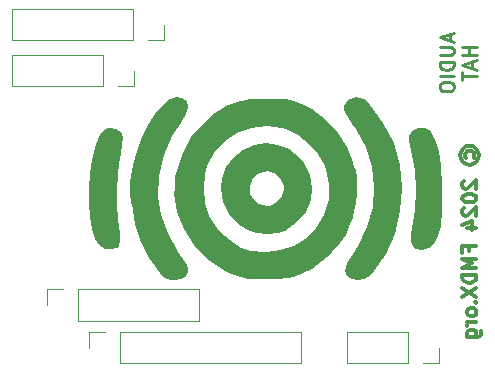
<source format=gbo>
G04 #@! TF.GenerationSoftware,KiCad,Pcbnew,8.0.4*
G04 #@! TF.CreationDate,2024-08-01T22:41:18+02:00*
G04 #@! TF.ProjectId,Headless TEF Audio board,48656164-6c65-4737-9320-544546204175,1*
G04 #@! TF.SameCoordinates,Original*
G04 #@! TF.FileFunction,Legend,Bot*
G04 #@! TF.FilePolarity,Positive*
%FSLAX46Y46*%
G04 Gerber Fmt 4.6, Leading zero omitted, Abs format (unit mm)*
G04 Created by KiCad (PCBNEW 8.0.4) date 2024-08-01 22:41:18*
%MOMM*%
%LPD*%
G01*
G04 APERTURE LIST*
%ADD10C,0.250000*%
%ADD11C,0.300000*%
%ADD12C,0.000000*%
%ADD13C,0.120000*%
%ADD14C,1.400000*%
%ADD15R,1.700000X1.700000*%
%ADD16O,1.700000X1.700000*%
G04 APERTURE END LIST*
D10*
X178053352Y-83933428D02*
X178053352Y-84504857D01*
X178396209Y-83819142D02*
X177196209Y-84219142D01*
X177196209Y-84219142D02*
X178396209Y-84619142D01*
X177196209Y-85019142D02*
X178167638Y-85019142D01*
X178167638Y-85019142D02*
X178281924Y-85076285D01*
X178281924Y-85076285D02*
X178339067Y-85133428D01*
X178339067Y-85133428D02*
X178396209Y-85247713D01*
X178396209Y-85247713D02*
X178396209Y-85476285D01*
X178396209Y-85476285D02*
X178339067Y-85590570D01*
X178339067Y-85590570D02*
X178281924Y-85647713D01*
X178281924Y-85647713D02*
X178167638Y-85704856D01*
X178167638Y-85704856D02*
X177196209Y-85704856D01*
X178396209Y-86276285D02*
X177196209Y-86276285D01*
X177196209Y-86276285D02*
X177196209Y-86561999D01*
X177196209Y-86561999D02*
X177253352Y-86733428D01*
X177253352Y-86733428D02*
X177367638Y-86847713D01*
X177367638Y-86847713D02*
X177481924Y-86904856D01*
X177481924Y-86904856D02*
X177710495Y-86961999D01*
X177710495Y-86961999D02*
X177881924Y-86961999D01*
X177881924Y-86961999D02*
X178110495Y-86904856D01*
X178110495Y-86904856D02*
X178224781Y-86847713D01*
X178224781Y-86847713D02*
X178339067Y-86733428D01*
X178339067Y-86733428D02*
X178396209Y-86561999D01*
X178396209Y-86561999D02*
X178396209Y-86276285D01*
X178396209Y-87476285D02*
X177196209Y-87476285D01*
X177196209Y-88276285D02*
X177196209Y-88504857D01*
X177196209Y-88504857D02*
X177253352Y-88619142D01*
X177253352Y-88619142D02*
X177367638Y-88733428D01*
X177367638Y-88733428D02*
X177596209Y-88790571D01*
X177596209Y-88790571D02*
X177996209Y-88790571D01*
X177996209Y-88790571D02*
X178224781Y-88733428D01*
X178224781Y-88733428D02*
X178339067Y-88619142D01*
X178339067Y-88619142D02*
X178396209Y-88504857D01*
X178396209Y-88504857D02*
X178396209Y-88276285D01*
X178396209Y-88276285D02*
X178339067Y-88162000D01*
X178339067Y-88162000D02*
X178224781Y-88047714D01*
X178224781Y-88047714D02*
X177996209Y-87990571D01*
X177996209Y-87990571D02*
X177596209Y-87990571D01*
X177596209Y-87990571D02*
X177367638Y-88047714D01*
X177367638Y-88047714D02*
X177253352Y-88162000D01*
X177253352Y-88162000D02*
X177196209Y-88276285D01*
X180328142Y-85047714D02*
X179128142Y-85047714D01*
X179699571Y-85047714D02*
X179699571Y-85733428D01*
X180328142Y-85733428D02*
X179128142Y-85733428D01*
X179985285Y-86247714D02*
X179985285Y-86819143D01*
X180328142Y-86133428D02*
X179128142Y-86533428D01*
X179128142Y-86533428D02*
X180328142Y-86933428D01*
X179128142Y-87161999D02*
X179128142Y-87847714D01*
X180328142Y-87504856D02*
X179128142Y-87504856D01*
D11*
X179411257Y-94420510D02*
X179354114Y-94306225D01*
X179354114Y-94306225D02*
X179354114Y-94077653D01*
X179354114Y-94077653D02*
X179411257Y-93963368D01*
X179411257Y-93963368D02*
X179525542Y-93849082D01*
X179525542Y-93849082D02*
X179639828Y-93791939D01*
X179639828Y-93791939D02*
X179868400Y-93791939D01*
X179868400Y-93791939D02*
X179982685Y-93849082D01*
X179982685Y-93849082D02*
X180096971Y-93963368D01*
X180096971Y-93963368D02*
X180154114Y-94077653D01*
X180154114Y-94077653D02*
X180154114Y-94306225D01*
X180154114Y-94306225D02*
X180096971Y-94420510D01*
X178954114Y-94191939D02*
X179011257Y-93906225D01*
X179011257Y-93906225D02*
X179182685Y-93620510D01*
X179182685Y-93620510D02*
X179468400Y-93449082D01*
X179468400Y-93449082D02*
X179754114Y-93391939D01*
X179754114Y-93391939D02*
X180039828Y-93449082D01*
X180039828Y-93449082D02*
X180325542Y-93620510D01*
X180325542Y-93620510D02*
X180496971Y-93906225D01*
X180496971Y-93906225D02*
X180554114Y-94191939D01*
X180554114Y-94191939D02*
X180496971Y-94477653D01*
X180496971Y-94477653D02*
X180325542Y-94763368D01*
X180325542Y-94763368D02*
X180039828Y-94934796D01*
X180039828Y-94934796D02*
X179754114Y-94991939D01*
X179754114Y-94991939D02*
X179468400Y-94934796D01*
X179468400Y-94934796D02*
X179182685Y-94763368D01*
X179182685Y-94763368D02*
X179011257Y-94477653D01*
X179011257Y-94477653D02*
X178954114Y-94191939D01*
X179239828Y-96363368D02*
X179182685Y-96420511D01*
X179182685Y-96420511D02*
X179125542Y-96534797D01*
X179125542Y-96534797D02*
X179125542Y-96820511D01*
X179125542Y-96820511D02*
X179182685Y-96934797D01*
X179182685Y-96934797D02*
X179239828Y-96991939D01*
X179239828Y-96991939D02*
X179354114Y-97049082D01*
X179354114Y-97049082D02*
X179468400Y-97049082D01*
X179468400Y-97049082D02*
X179639828Y-96991939D01*
X179639828Y-96991939D02*
X180325542Y-96306225D01*
X180325542Y-96306225D02*
X180325542Y-97049082D01*
X179125542Y-97791939D02*
X179125542Y-97906225D01*
X179125542Y-97906225D02*
X179182685Y-98020511D01*
X179182685Y-98020511D02*
X179239828Y-98077654D01*
X179239828Y-98077654D02*
X179354114Y-98134796D01*
X179354114Y-98134796D02*
X179582685Y-98191939D01*
X179582685Y-98191939D02*
X179868400Y-98191939D01*
X179868400Y-98191939D02*
X180096971Y-98134796D01*
X180096971Y-98134796D02*
X180211257Y-98077654D01*
X180211257Y-98077654D02*
X180268400Y-98020511D01*
X180268400Y-98020511D02*
X180325542Y-97906225D01*
X180325542Y-97906225D02*
X180325542Y-97791939D01*
X180325542Y-97791939D02*
X180268400Y-97677654D01*
X180268400Y-97677654D02*
X180211257Y-97620511D01*
X180211257Y-97620511D02*
X180096971Y-97563368D01*
X180096971Y-97563368D02*
X179868400Y-97506225D01*
X179868400Y-97506225D02*
X179582685Y-97506225D01*
X179582685Y-97506225D02*
X179354114Y-97563368D01*
X179354114Y-97563368D02*
X179239828Y-97620511D01*
X179239828Y-97620511D02*
X179182685Y-97677654D01*
X179182685Y-97677654D02*
X179125542Y-97791939D01*
X179239828Y-98649082D02*
X179182685Y-98706225D01*
X179182685Y-98706225D02*
X179125542Y-98820511D01*
X179125542Y-98820511D02*
X179125542Y-99106225D01*
X179125542Y-99106225D02*
X179182685Y-99220511D01*
X179182685Y-99220511D02*
X179239828Y-99277653D01*
X179239828Y-99277653D02*
X179354114Y-99334796D01*
X179354114Y-99334796D02*
X179468400Y-99334796D01*
X179468400Y-99334796D02*
X179639828Y-99277653D01*
X179639828Y-99277653D02*
X180325542Y-98591939D01*
X180325542Y-98591939D02*
X180325542Y-99334796D01*
X179525542Y-100363368D02*
X180325542Y-100363368D01*
X179068400Y-100077653D02*
X179925542Y-99791939D01*
X179925542Y-99791939D02*
X179925542Y-100534796D01*
X179696971Y-102306225D02*
X179696971Y-101906225D01*
X180325542Y-101906225D02*
X179125542Y-101906225D01*
X179125542Y-101906225D02*
X179125542Y-102477653D01*
X180325542Y-102934796D02*
X179125542Y-102934796D01*
X179125542Y-102934796D02*
X179982685Y-103334796D01*
X179982685Y-103334796D02*
X179125542Y-103734796D01*
X179125542Y-103734796D02*
X180325542Y-103734796D01*
X180325542Y-104306225D02*
X179125542Y-104306225D01*
X179125542Y-104306225D02*
X179125542Y-104591939D01*
X179125542Y-104591939D02*
X179182685Y-104763368D01*
X179182685Y-104763368D02*
X179296971Y-104877653D01*
X179296971Y-104877653D02*
X179411257Y-104934796D01*
X179411257Y-104934796D02*
X179639828Y-104991939D01*
X179639828Y-104991939D02*
X179811257Y-104991939D01*
X179811257Y-104991939D02*
X180039828Y-104934796D01*
X180039828Y-104934796D02*
X180154114Y-104877653D01*
X180154114Y-104877653D02*
X180268400Y-104763368D01*
X180268400Y-104763368D02*
X180325542Y-104591939D01*
X180325542Y-104591939D02*
X180325542Y-104306225D01*
X179125542Y-105391939D02*
X180325542Y-106191939D01*
X179125542Y-106191939D02*
X180325542Y-105391939D01*
X180211257Y-106649082D02*
X180268400Y-106706225D01*
X180268400Y-106706225D02*
X180325542Y-106649082D01*
X180325542Y-106649082D02*
X180268400Y-106591939D01*
X180268400Y-106591939D02*
X180211257Y-106649082D01*
X180211257Y-106649082D02*
X180325542Y-106649082D01*
X180325542Y-107391939D02*
X180268400Y-107277654D01*
X180268400Y-107277654D02*
X180211257Y-107220511D01*
X180211257Y-107220511D02*
X180096971Y-107163368D01*
X180096971Y-107163368D02*
X179754114Y-107163368D01*
X179754114Y-107163368D02*
X179639828Y-107220511D01*
X179639828Y-107220511D02*
X179582685Y-107277654D01*
X179582685Y-107277654D02*
X179525542Y-107391939D01*
X179525542Y-107391939D02*
X179525542Y-107563368D01*
X179525542Y-107563368D02*
X179582685Y-107677654D01*
X179582685Y-107677654D02*
X179639828Y-107734797D01*
X179639828Y-107734797D02*
X179754114Y-107791939D01*
X179754114Y-107791939D02*
X180096971Y-107791939D01*
X180096971Y-107791939D02*
X180211257Y-107734797D01*
X180211257Y-107734797D02*
X180268400Y-107677654D01*
X180268400Y-107677654D02*
X180325542Y-107563368D01*
X180325542Y-107563368D02*
X180325542Y-107391939D01*
X180325542Y-108306225D02*
X179525542Y-108306225D01*
X179754114Y-108306225D02*
X179639828Y-108363368D01*
X179639828Y-108363368D02*
X179582685Y-108420511D01*
X179582685Y-108420511D02*
X179525542Y-108534796D01*
X179525542Y-108534796D02*
X179525542Y-108649082D01*
X179525542Y-109563368D02*
X180496971Y-109563368D01*
X180496971Y-109563368D02*
X180611257Y-109506225D01*
X180611257Y-109506225D02*
X180668400Y-109449082D01*
X180668400Y-109449082D02*
X180725542Y-109334796D01*
X180725542Y-109334796D02*
X180725542Y-109163368D01*
X180725542Y-109163368D02*
X180668400Y-109049082D01*
X180268400Y-109563368D02*
X180325542Y-109449082D01*
X180325542Y-109449082D02*
X180325542Y-109220510D01*
X180325542Y-109220510D02*
X180268400Y-109106225D01*
X180268400Y-109106225D02*
X180211257Y-109049082D01*
X180211257Y-109049082D02*
X180096971Y-108991939D01*
X180096971Y-108991939D02*
X179754114Y-108991939D01*
X179754114Y-108991939D02*
X179639828Y-109049082D01*
X179639828Y-109049082D02*
X179582685Y-109106225D01*
X179582685Y-109106225D02*
X179525542Y-109220510D01*
X179525542Y-109220510D02*
X179525542Y-109449082D01*
X179525542Y-109449082D02*
X179582685Y-109563368D01*
D12*
G04 #@! TO.C,G\u002A\u002A\u002A*
G36*
X176438641Y-92159022D02*
G01*
X176502745Y-92228942D01*
X176850640Y-92861857D01*
X177121695Y-93838354D01*
X177312758Y-95143660D01*
X177420680Y-96763007D01*
X177438674Y-97413059D01*
X177417410Y-98943929D01*
X177290955Y-100154114D01*
X177055785Y-101068081D01*
X176708377Y-101710295D01*
X176308532Y-102059183D01*
X175713262Y-102181623D01*
X175240663Y-102123865D01*
X174932614Y-101910530D01*
X174798383Y-101494325D01*
X174823291Y-100828048D01*
X174992658Y-99864493D01*
X175154289Y-98801788D01*
X175222362Y-97121437D01*
X175101168Y-95411139D01*
X174796097Y-93836163D01*
X174663129Y-93319399D01*
X174596393Y-92894287D01*
X174640061Y-92600988D01*
X174793962Y-92317684D01*
X174908955Y-92176909D01*
X175390521Y-91910571D01*
X175951425Y-91899688D01*
X176438641Y-92159022D01*
G37*
G36*
X149843356Y-91936307D02*
G01*
X150210110Y-92184324D01*
X150370650Y-92671454D01*
X150335504Y-93426014D01*
X150115199Y-94476316D01*
X150031182Y-94909383D01*
X149939529Y-95862269D01*
X149906603Y-97027151D01*
X149931823Y-98309718D01*
X150014612Y-99615660D01*
X150154387Y-100850666D01*
X150181916Y-101482131D01*
X150041184Y-101909000D01*
X149896218Y-102032915D01*
X149417211Y-102169139D01*
X148867689Y-102099891D01*
X148406632Y-101832604D01*
X148394099Y-101819813D01*
X148067691Y-101279416D01*
X147808256Y-100452288D01*
X147622498Y-99412301D01*
X147517122Y-98233332D01*
X147498833Y-96989253D01*
X147574335Y-95753939D01*
X147750333Y-94601265D01*
X147818316Y-94289349D01*
X148101888Y-93236586D01*
X148408634Y-92510910D01*
X148755812Y-92079378D01*
X149160680Y-91909044D01*
X149259860Y-91899091D01*
X149843356Y-91936307D01*
G37*
G36*
X170466114Y-89314178D02*
G01*
X170801414Y-89432763D01*
X171143455Y-89723671D01*
X171590316Y-90254315D01*
X172431055Y-91450818D01*
X173300457Y-93188196D01*
X173819646Y-95020071D01*
X173996484Y-96968380D01*
X173861221Y-98929275D01*
X173417853Y-100818062D01*
X172673353Y-102520504D01*
X171635362Y-104013799D01*
X171581622Y-104076103D01*
X171155856Y-104505684D01*
X170777800Y-104707874D01*
X170312904Y-104758435D01*
X169764373Y-104692738D01*
X169325721Y-104425041D01*
X169188314Y-103966932D01*
X169355847Y-103335390D01*
X169832011Y-102547394D01*
X170280586Y-101881280D01*
X171076168Y-100269474D01*
X171543477Y-98581392D01*
X171681314Y-96863132D01*
X171488485Y-95160792D01*
X170963792Y-93520470D01*
X170106039Y-91988265D01*
X169826532Y-91587302D01*
X169410522Y-90965602D01*
X169172407Y-90539219D01*
X169086571Y-90239492D01*
X169127400Y-89997762D01*
X169269278Y-89745368D01*
X169283581Y-89723904D01*
X169648532Y-89392657D01*
X170198369Y-89297566D01*
X170466114Y-89314178D01*
G37*
G36*
X155377167Y-89356508D02*
G01*
X155797023Y-89622585D01*
X155926075Y-90078161D01*
X155759364Y-90695992D01*
X155291932Y-91448832D01*
X154582261Y-92521799D01*
X153845589Y-94173976D01*
X153446997Y-95923697D01*
X153401499Y-97721142D01*
X153644828Y-99221510D01*
X154202261Y-100775358D01*
X155091950Y-102345071D01*
X155503438Y-102977209D01*
X155783186Y-103469447D01*
X155899160Y-103816533D01*
X155877258Y-104100260D01*
X155743379Y-104402419D01*
X155644250Y-104541336D01*
X155318949Y-104710383D01*
X154740360Y-104758435D01*
X154430124Y-104752458D01*
X154102252Y-104693305D01*
X153826352Y-104518510D01*
X153515241Y-104165743D01*
X153081734Y-103572675D01*
X152637744Y-102911393D01*
X151905593Y-101524264D01*
X151414882Y-100048917D01*
X151118721Y-98360860D01*
X151105110Y-98243042D01*
X151017878Y-97319823D01*
X151003319Y-96589236D01*
X151065660Y-95898639D01*
X151209127Y-95095392D01*
X151224826Y-95019835D01*
X151551264Y-93823921D01*
X152000906Y-92664645D01*
X152539560Y-91595713D01*
X153133032Y-90670833D01*
X153747129Y-89943711D01*
X154347658Y-89468053D01*
X154900425Y-89297566D01*
X155377167Y-89356508D01*
G37*
G36*
X166304896Y-97995236D02*
G01*
X165871011Y-98993809D01*
X165140621Y-99876244D01*
X164124493Y-100587894D01*
X163518670Y-100793734D01*
X162631746Y-100879937D01*
X161718919Y-100795233D01*
X160942160Y-100541958D01*
X160175868Y-100044947D01*
X159375635Y-99188658D01*
X158870644Y-98165347D01*
X158694782Y-97028000D01*
X158713691Y-96844122D01*
X161123547Y-96844122D01*
X161181863Y-97472410D01*
X161539315Y-98048685D01*
X161914002Y-98328404D01*
X162560000Y-98500464D01*
X162834792Y-98469527D01*
X163432587Y-98178962D01*
X163865600Y-97664664D01*
X164032464Y-97028000D01*
X164001527Y-96753208D01*
X163710962Y-96155413D01*
X163196664Y-95722400D01*
X162560000Y-95555537D01*
X162366520Y-95567789D01*
X161753564Y-95799751D01*
X161326677Y-96255882D01*
X161123547Y-96844122D01*
X158713691Y-96844122D01*
X158779529Y-96203903D01*
X159149182Y-95197669D01*
X159760623Y-94369284D01*
X160557406Y-93741151D01*
X161483086Y-93335670D01*
X162481218Y-93175244D01*
X163495357Y-93282276D01*
X164469056Y-93679166D01*
X165345872Y-94388318D01*
X165719865Y-94849146D01*
X166240089Y-95868258D01*
X166431510Y-96935170D01*
X166420422Y-97028000D01*
X166304896Y-97995236D01*
G37*
G36*
X170174238Y-97399554D02*
G01*
X170098590Y-98202882D01*
X169989722Y-98930311D01*
X169853893Y-99481085D01*
X169651093Y-100039819D01*
X169254345Y-100911846D01*
X168768754Y-101655007D01*
X168102202Y-102424066D01*
X167687416Y-102835315D01*
X166359059Y-103836159D01*
X164900106Y-104499442D01*
X164365784Y-104615198D01*
X163437099Y-104697941D01*
X162283913Y-104708137D01*
X161693995Y-104690650D01*
X160953032Y-104639512D01*
X160375399Y-104537750D01*
X159834226Y-104359447D01*
X159202644Y-104078684D01*
X158781129Y-103862383D01*
X157472281Y-102946741D01*
X156384783Y-101797197D01*
X155547637Y-100467717D01*
X154989844Y-99012264D01*
X154740406Y-97484803D01*
X154766184Y-97031661D01*
X157221618Y-97031661D01*
X157324260Y-98255005D01*
X157655379Y-99328725D01*
X157811594Y-99627873D01*
X158509350Y-100570799D01*
X159417632Y-101403758D01*
X160418116Y-102011834D01*
X161275341Y-102280874D01*
X162468435Y-102380608D01*
X163706338Y-102231826D01*
X164868640Y-101839196D01*
X165780735Y-101290453D01*
X166731858Y-100370596D01*
X167414792Y-99260390D01*
X167805621Y-98016319D01*
X167880428Y-96694867D01*
X167615296Y-95352517D01*
X167514427Y-95086957D01*
X166948806Y-94112822D01*
X166147398Y-93202691D01*
X165209769Y-92456130D01*
X164235483Y-91972704D01*
X163865909Y-91864908D01*
X162554513Y-91705252D01*
X161266117Y-91864394D01*
X160060576Y-92314150D01*
X158997746Y-93026339D01*
X158137486Y-93972778D01*
X157539652Y-95125286D01*
X157351365Y-95800754D01*
X157221618Y-97031661D01*
X154766184Y-97031661D01*
X154828325Y-95939299D01*
X154857993Y-95776988D01*
X155354457Y-94128532D01*
X156177805Y-92648938D01*
X157329588Y-91335349D01*
X158170508Y-90615473D01*
X159087129Y-90029501D01*
X160057514Y-89655589D01*
X161181769Y-89456610D01*
X162560000Y-89395434D01*
X162590895Y-89395346D01*
X163482886Y-89401884D01*
X164124477Y-89440991D01*
X164629882Y-89533264D01*
X165113314Y-89699299D01*
X165688985Y-89959692D01*
X166357854Y-90317389D01*
X167597517Y-91215463D01*
X168628187Y-92290303D01*
X169396837Y-93481158D01*
X169850439Y-94727276D01*
X169972016Y-95161540D01*
X170103484Y-95463508D01*
X170139260Y-95541761D01*
X170200832Y-95968235D01*
X170210405Y-96621085D01*
X170206977Y-96694867D01*
X170174238Y-97399554D01*
G37*
D13*
G04 #@! TO.C,J4*
X141042000Y-81804000D02*
X141042000Y-84464000D01*
X141042000Y-81804000D02*
X151262000Y-81804000D01*
X141042000Y-84464000D02*
X151262000Y-84464000D01*
X151262000Y-81804000D02*
X151262000Y-84464000D01*
X153862000Y-83134000D02*
X153862000Y-84464000D01*
X153862000Y-84464000D02*
X152532000Y-84464000D01*
G04 #@! TO.C,J3*
X143982000Y-105554000D02*
X145312000Y-105554000D01*
X143982000Y-106884000D02*
X143982000Y-105554000D01*
X146582000Y-108214000D02*
X146582000Y-105554000D01*
X156802000Y-105554000D02*
X146582000Y-105554000D01*
X156802000Y-108214000D02*
X146582000Y-108214000D01*
X156802000Y-108214000D02*
X156802000Y-105554000D01*
G04 #@! TO.C,J6*
X141042000Y-85704000D02*
X141042000Y-88364000D01*
X141042000Y-85704000D02*
X148722000Y-85704000D01*
X141042000Y-88364000D02*
X148722000Y-88364000D01*
X148722000Y-85704000D02*
X148722000Y-88364000D01*
X151322000Y-87034000D02*
X151322000Y-88364000D01*
X151322000Y-88364000D02*
X149992000Y-88364000D01*
G04 #@! TO.C,J1*
X169379000Y-109154000D02*
X169379000Y-111814000D01*
X169379000Y-109154000D02*
X174519000Y-109154000D01*
X169379000Y-111814000D02*
X174519000Y-111814000D01*
X174519000Y-109154000D02*
X174519000Y-111814000D01*
X177119000Y-110484000D02*
X177119000Y-111814000D01*
X177119000Y-111814000D02*
X175789000Y-111814000D01*
G04 #@! TO.C,J5*
X147535000Y-109154000D02*
X148865000Y-109154000D01*
X147535000Y-110484000D02*
X147535000Y-109154000D01*
X150135000Y-111814000D02*
X150135000Y-109154000D01*
X165435000Y-109154000D02*
X150135000Y-109154000D01*
X165435000Y-111814000D02*
X150135000Y-111814000D01*
X165435000Y-111814000D02*
X165435000Y-109154000D01*
G04 #@! TD*
%LPC*%
D14*
G04 #@! TO.C,JP1*
X140864000Y-105158000D03*
X140864000Y-107698000D03*
G04 #@! TD*
D15*
G04 #@! TO.C,J4*
X152532000Y-83134000D03*
D16*
X149992000Y-83134000D03*
X147452000Y-83134000D03*
X144912000Y-83134000D03*
X142372000Y-83134000D03*
G04 #@! TD*
D15*
G04 #@! TO.C,J3*
X145312000Y-106884000D03*
D16*
X147852000Y-106884000D03*
X150392000Y-106884000D03*
X152932000Y-106884000D03*
X155472000Y-106884000D03*
G04 #@! TD*
D15*
G04 #@! TO.C,J6*
X149992000Y-87034000D03*
D16*
X147452000Y-87034000D03*
X144912000Y-87034000D03*
X142372000Y-87034000D03*
G04 #@! TD*
D15*
G04 #@! TO.C,J1*
X175789000Y-110484000D03*
D16*
X173249000Y-110484000D03*
X170709000Y-110484000D03*
G04 #@! TD*
D15*
G04 #@! TO.C,J5*
X148865000Y-110484000D03*
D16*
X151405000Y-110484000D03*
X153945000Y-110484000D03*
X156485000Y-110484000D03*
X159025000Y-110484000D03*
X161565000Y-110484000D03*
X164105000Y-110484000D03*
G04 #@! TD*
%LPD*%
M02*

</source>
